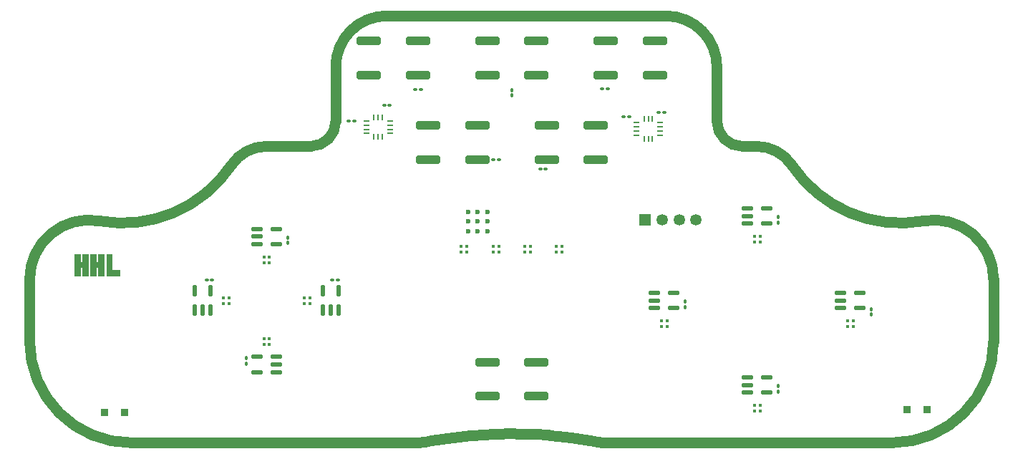
<source format=gbr>
%TF.GenerationSoftware,KiCad,Pcbnew,9.0.6-rc2*%
%TF.CreationDate,2025-11-07T01:00:34-08:00*%
%TF.ProjectId,Latte_Main_Board,4c617474-655f-44d6-9169-6e5f426f6172,rev?*%
%TF.SameCoordinates,Original*%
%TF.FileFunction,Soldermask,Top*%
%TF.FilePolarity,Negative*%
%FSLAX46Y46*%
G04 Gerber Fmt 4.6, Leading zero omitted, Abs format (unit mm)*
G04 Created by KiCad (PCBNEW 9.0.6-rc2) date 2025-11-07 01:00:34*
%MOMM*%
%LPD*%
G01*
G04 APERTURE LIST*
G04 Aperture macros list*
%AMRoundRect*
0 Rectangle with rounded corners*
0 $1 Rounding radius*
0 $2 $3 $4 $5 $6 $7 $8 $9 X,Y pos of 4 corners*
0 Add a 4 corners polygon primitive as box body*
4,1,4,$2,$3,$4,$5,$6,$7,$8,$9,$2,$3,0*
0 Add four circle primitives for the rounded corners*
1,1,$1+$1,$2,$3*
1,1,$1+$1,$4,$5*
1,1,$1+$1,$6,$7*
1,1,$1+$1,$8,$9*
0 Add four rect primitives between the rounded corners*
20,1,$1+$1,$2,$3,$4,$5,0*
20,1,$1+$1,$4,$5,$6,$7,0*
20,1,$1+$1,$6,$7,$8,$9,0*
20,1,$1+$1,$8,$9,$2,$3,0*%
G04 Aperture macros list end*
%ADD10C,1.250000*%
%ADD11C,0.025000*%
%ADD12R,0.370000X0.370000*%
%ADD13RoundRect,0.100000X0.130000X0.100000X-0.130000X0.100000X-0.130000X-0.100000X0.130000X-0.100000X0*%
%ADD14RoundRect,0.100000X0.100000X-0.130000X0.100000X0.130000X-0.100000X0.130000X-0.100000X-0.130000X0*%
%ADD15RoundRect,0.100000X-0.130000X-0.100000X0.130000X-0.100000X0.130000X0.100000X-0.130000X0.100000X0*%
%ADD16RoundRect,0.150000X-1.250000X-0.350000X1.250000X-0.350000X1.250000X0.350000X-1.250000X0.350000X0*%
%ADD17R,0.850000X0.850000*%
%ADD18RoundRect,0.100000X-0.100000X0.130000X-0.100000X-0.130000X0.100000X-0.130000X0.100000X0.130000X0*%
%ADD19R,1.350000X1.350000*%
%ADD20C,1.350000*%
%ADD21RoundRect,0.137500X0.525000X0.137500X-0.525000X0.137500X-0.525000X-0.137500X0.525000X-0.137500X0*%
%ADD22RoundRect,0.137500X-0.525000X-0.137500X0.525000X-0.137500X0.525000X0.137500X-0.525000X0.137500X0*%
%ADD23R,0.745000X0.280000*%
%ADD24R,0.280000X0.745000*%
%ADD25RoundRect,0.137500X0.137500X-0.525000X0.137500X0.525000X-0.137500X0.525000X-0.137500X-0.525000X0*%
%ADD26C,0.600000*%
G04 APERTURE END LIST*
D10*
X103427066Y-37985297D02*
G75*
G02*
X100427103Y-34985296I34J2999997D01*
G01*
X64255488Y-73033901D02*
X64887424Y-73013914D01*
X31151601Y-73033901D02*
X64255488Y-73033901D01*
X85416189Y-72730982D02*
X86340377Y-72887073D01*
X65740221Y-72923065D02*
X65962821Y-72887073D01*
X87822198Y-73031358D02*
X88047710Y-73033901D01*
X94427052Y-22565901D02*
X61356901Y-22565901D01*
X100427065Y-34985296D02*
X100427066Y-28565911D01*
X64887424Y-73013914D02*
X65112306Y-72997126D01*
X31151601Y-73033901D02*
G75*
G02*
X19151599Y-61033898I-1J12000001D01*
G01*
X68548466Y-72477439D02*
X71263322Y-72158198D01*
X77458230Y-71948823D02*
X77937192Y-71965333D01*
X75760000Y-71945641D02*
X77458230Y-71948823D01*
X77937192Y-71965333D02*
X78898186Y-72012458D01*
X43017730Y-40197164D02*
G75*
G02*
X27395951Y-46807085I-12866380J8643104D01*
G01*
X65112306Y-72997126D02*
X65740221Y-72923065D01*
X105127930Y-37985297D02*
X103427066Y-37985297D01*
X80471397Y-72108036D02*
X80691968Y-72127926D01*
X74217659Y-71967427D02*
X74745074Y-71954755D01*
X81617245Y-72221923D02*
X83226802Y-72405521D01*
X74745074Y-71954755D02*
X75760000Y-71945641D01*
X55356903Y-28565901D02*
G75*
G02*
X61356901Y-22565903I5999997J1D01*
G01*
X19151600Y-53695600D02*
X19151599Y-61033898D01*
X52356901Y-37985297D02*
X47160456Y-37985297D01*
X133151599Y-61033901D02*
X133151599Y-53695592D01*
X19151600Y-53695600D02*
G75*
G02*
X27395950Y-46807088I7000000J0D01*
G01*
X88047710Y-73033901D02*
X121151599Y-73033901D01*
X124907246Y-46807085D02*
G75*
G02*
X133151604Y-53695592I1244354J-6888515D01*
G01*
X55356903Y-28565901D02*
X55356902Y-34985301D01*
X52356901Y-37985302D02*
X52356901Y-37985297D01*
X65962821Y-72887073D02*
X66576998Y-72781968D01*
X105127930Y-37985297D02*
G75*
G02*
X109285467Y-40197164I7070J-5000003D01*
G01*
X86966379Y-72975266D02*
X87190892Y-72997126D01*
X87190892Y-72997126D02*
X87822198Y-73031358D01*
X86340377Y-72887073D02*
X86966379Y-72975266D01*
X66576998Y-72781968D02*
X68548466Y-72477439D01*
X72625343Y-72058342D02*
X74217659Y-71967427D01*
X71693088Y-72122345D02*
X72625343Y-72058342D01*
X78898186Y-72012458D02*
X80471397Y-72108036D01*
X43017730Y-40197164D02*
G75*
G02*
X47160456Y-37985296I4150470J-2788136D01*
G01*
X124907246Y-46807085D02*
G75*
G02*
X109285455Y-40197173I-2755346J15253185D01*
G01*
X83226802Y-72405521D02*
X84789414Y-72632632D01*
X94427052Y-22565901D02*
G75*
G02*
X100427099Y-28565911I48J-5999999D01*
G01*
X80691968Y-72127926D02*
X81617245Y-72221923D01*
X55356902Y-34985301D02*
G75*
G02*
X52356901Y-37985302I-3000002J1D01*
G01*
X71263322Y-72158198D02*
X71693088Y-72122345D01*
X133151599Y-61033901D02*
G75*
G02*
X121151599Y-73033899I-11999999J1D01*
G01*
X84789414Y-72632632D02*
X85416189Y-72730982D01*
D11*
%TO.C,REF\u002A\u002A*%
X28854400Y-52601298D02*
X29808355Y-52601298D01*
X29808355Y-53270667D01*
X28221741Y-53270667D01*
X28221741Y-50717495D01*
X28854400Y-50717495D01*
X28854400Y-52601298D01*
G36*
X28854400Y-52601298D02*
G01*
X29808355Y-52601298D01*
X29808355Y-53270667D01*
X28221741Y-53270667D01*
X28221741Y-50717495D01*
X28854400Y-50717495D01*
X28854400Y-52601298D01*
G37*
X26088266Y-53270667D02*
X25407405Y-53270667D01*
X25407405Y-52302545D01*
X25167749Y-52302545D01*
X25167749Y-53270667D01*
X24482449Y-53270667D01*
X24482449Y-50718015D01*
X25165463Y-50717495D01*
X25165463Y-51640297D01*
X25407405Y-51640297D01*
X25407405Y-50717495D01*
X26088266Y-50717495D01*
X26088266Y-53270667D01*
G36*
X26088266Y-53270667D02*
G01*
X25407405Y-53270667D01*
X25407405Y-52302545D01*
X25167749Y-52302545D01*
X25167749Y-53270667D01*
X24482449Y-53270667D01*
X24482449Y-50718015D01*
X25165463Y-50717495D01*
X25165463Y-51640297D01*
X25407405Y-51640297D01*
X25407405Y-50717495D01*
X26088266Y-50717495D01*
X26088266Y-53270667D01*
G37*
X27938266Y-53270667D02*
X27257405Y-53270667D01*
X27257405Y-52302545D01*
X27017749Y-52302545D01*
X27017749Y-53270667D01*
X26332449Y-53270667D01*
X26332449Y-50718015D01*
X27015463Y-50717495D01*
X27015463Y-51640297D01*
X27257405Y-51640297D01*
X27257405Y-50717495D01*
X27938266Y-50717495D01*
X27938266Y-53270667D01*
G36*
X27938266Y-53270667D02*
G01*
X27257405Y-53270667D01*
X27257405Y-52302545D01*
X27017749Y-52302545D01*
X27017749Y-53270667D01*
X26332449Y-53270667D01*
X26332449Y-50718015D01*
X27015463Y-50717495D01*
X27015463Y-51640297D01*
X27257405Y-51640297D01*
X27257405Y-50717495D01*
X27938266Y-50717495D01*
X27938266Y-53270667D01*
G37*
%TD*%
D12*
%TO.C,RGB3*%
X104861562Y-69296391D03*
X105531562Y-69296391D03*
X105531562Y-68626391D03*
X104861562Y-68626391D03*
%TD*%
D13*
%TO.C,R17*%
X74640400Y-39547800D03*
X74000400Y-39547800D03*
%TD*%
D12*
%TO.C,RGB6*%
X78367681Y-49830020D03*
X77697681Y-49830020D03*
X77697681Y-50500020D03*
X78367681Y-50500020D03*
%TD*%
%TO.C,RGB11*%
X46848054Y-61365036D03*
X47518054Y-61365036D03*
X47518054Y-60695036D03*
X46848054Y-60695036D03*
%TD*%
D14*
%TO.C,C7*%
X49640000Y-49410000D03*
X49640000Y-48770000D03*
%TD*%
D15*
%TO.C,R18*%
X79560000Y-40700000D03*
X80200000Y-40700000D03*
%TD*%
D16*
%TO.C,SW7*%
X59290000Y-25540001D03*
X65090000Y-25540001D03*
X59290000Y-29540001D03*
X65090000Y-29540001D03*
%TD*%
%TO.C,SW6*%
X80290000Y-35540001D03*
X86090000Y-35540001D03*
X80290000Y-39540001D03*
X86090000Y-39540001D03*
%TD*%
D12*
%TO.C,RGB4*%
X93861563Y-59296390D03*
X94531563Y-59296390D03*
X94531563Y-58626390D03*
X93861563Y-58626390D03*
%TD*%
D17*
%TO.C,T4*%
X122885200Y-69113400D03*
%TD*%
D18*
%TO.C,C5*%
X118650000Y-57240000D03*
X118650000Y-57880000D03*
%TD*%
D13*
%TO.C,C26*%
X61711800Y-33147000D03*
X61071800Y-33147000D03*
%TD*%
D19*
%TO.C,J8*%
X91967800Y-46634400D03*
D20*
X93967801Y-46634400D03*
X95967800Y-46634400D03*
X97967800Y-46634400D03*
%TD*%
D21*
%TO.C,U11*%
X46045554Y-62880036D03*
X46045554Y-64680036D03*
X48320554Y-64680036D03*
X48320554Y-63780036D03*
X48320554Y-62880036D03*
%TD*%
D16*
%TO.C,SW1*%
X73290000Y-63540002D03*
X79090000Y-63540002D03*
X73290000Y-67540002D03*
X79090000Y-67540002D03*
%TD*%
D12*
%TO.C,RGB10*%
X42030177Y-56546390D03*
X42700177Y-56546390D03*
X42700177Y-55876390D03*
X42030177Y-55876390D03*
%TD*%
D22*
%TO.C,U8*%
X48321322Y-49543514D03*
X48321322Y-47743514D03*
X46046322Y-47743514D03*
X46046322Y-48643514D03*
X46046322Y-49543514D03*
%TD*%
%TO.C,U3*%
X95334063Y-57111390D03*
X95334063Y-55311390D03*
X93059063Y-55311390D03*
X93059063Y-56211390D03*
X93059063Y-57111390D03*
%TD*%
D15*
%TO.C,R20*%
X86880000Y-31160000D03*
X87520000Y-31160000D03*
%TD*%
D22*
%TO.C,U1*%
X106334063Y-47111390D03*
X106334063Y-45311390D03*
X104059063Y-45311390D03*
X104059063Y-46211390D03*
X104059063Y-47111390D03*
%TD*%
D15*
%TO.C,R19*%
X64760000Y-31300000D03*
X65400000Y-31300000D03*
%TD*%
D22*
%TO.C,U6*%
X117334063Y-57111391D03*
X117334063Y-55311391D03*
X115059063Y-55311391D03*
X115059063Y-56211391D03*
X115059063Y-57111391D03*
%TD*%
D16*
%TO.C,SW2*%
X73290000Y-25540001D03*
X79090000Y-25540001D03*
X73290000Y-29540001D03*
X79090000Y-29540001D03*
%TD*%
D14*
%TO.C,C4*%
X96650000Y-56980000D03*
X96650000Y-56340000D03*
%TD*%
D16*
%TO.C,SW8*%
X87290000Y-25540001D03*
X93090000Y-25540001D03*
X87290000Y-29540001D03*
X93090000Y-29540001D03*
%TD*%
%TO.C,SW5*%
X66290000Y-35540001D03*
X72090000Y-35540001D03*
X66290000Y-39540001D03*
X72090000Y-39540001D03*
%TD*%
D23*
%TO.C,U5*%
X93710000Y-36670000D03*
X93710000Y-36170000D03*
X93710000Y-35670000D03*
X93710000Y-35170000D03*
D24*
X92812000Y-34772000D03*
X92312000Y-34772000D03*
X91812000Y-34772000D03*
D23*
X90914000Y-35170000D03*
X90914000Y-35670000D03*
X90914000Y-36170000D03*
X90914000Y-36670000D03*
D24*
X91812000Y-37068000D03*
X92312000Y-37068000D03*
X92812000Y-37068000D03*
%TD*%
D13*
%TO.C,C8*%
X55570000Y-53760000D03*
X54930000Y-53760000D03*
%TD*%
D15*
%TO.C,C27*%
X89418200Y-34442400D03*
X90058200Y-34442400D03*
%TD*%
D12*
%TO.C,RGB7*%
X74617681Y-49830020D03*
X73947681Y-49830020D03*
X73947681Y-50500020D03*
X74617681Y-50500020D03*
%TD*%
D13*
%TO.C,C17*%
X40740000Y-53750000D03*
X40100000Y-53750000D03*
%TD*%
D15*
%TO.C,C24*%
X56906200Y-34950400D03*
X57546200Y-34950400D03*
%TD*%
D12*
%TO.C,RGB5*%
X82117681Y-49830020D03*
X81447681Y-49830020D03*
X81447681Y-50500020D03*
X82117681Y-50500020D03*
%TD*%
%TO.C,RGB12*%
X51666698Y-56547158D03*
X52336698Y-56547158D03*
X52336698Y-55877158D03*
X51666698Y-55877158D03*
%TD*%
D25*
%TO.C,U9*%
X55651698Y-55074658D03*
X53851698Y-55074658D03*
X53851698Y-57349658D03*
X54751698Y-57349658D03*
X55651698Y-57349658D03*
%TD*%
D14*
%TO.C,C3*%
X107650000Y-46980000D03*
X107650000Y-46340000D03*
%TD*%
D13*
%TO.C,C25*%
X94213600Y-33934400D03*
X93573600Y-33934400D03*
%TD*%
D14*
%TO.C,C6*%
X107650000Y-66980000D03*
X107650000Y-66340000D03*
%TD*%
D12*
%TO.C,RGB8*%
X70867681Y-49830020D03*
X70197681Y-49830020D03*
X70197681Y-50500020D03*
X70867681Y-50500020D03*
%TD*%
D18*
%TO.C,C18*%
X44730000Y-63010000D03*
X44730000Y-63650000D03*
%TD*%
D12*
%TO.C,RGB2*%
X115861563Y-59296391D03*
X116531563Y-59296391D03*
X116531563Y-58626391D03*
X115861563Y-58626391D03*
%TD*%
D25*
%TO.C,U10*%
X40515177Y-55073890D03*
X38715177Y-55073890D03*
X38715177Y-57348890D03*
X39615177Y-57348890D03*
X40515177Y-57348890D03*
%TD*%
D14*
%TO.C,R15*%
X76200000Y-31968400D03*
X76200000Y-31328400D03*
%TD*%
D12*
%TO.C,RGB9*%
X46848822Y-51728514D03*
X47518822Y-51728514D03*
X47518822Y-51058514D03*
X46848822Y-51058514D03*
%TD*%
%TO.C,RGB1*%
X104861563Y-49296390D03*
X105531563Y-49296390D03*
X105531563Y-48626390D03*
X104861563Y-48626390D03*
%TD*%
D17*
%TO.C,T1*%
X30403800Y-69443600D03*
%TD*%
%TO.C,T3*%
X125247400Y-69113400D03*
%TD*%
%TO.C,T2*%
X28016200Y-69443600D03*
%TD*%
D23*
%TO.C,U4*%
X61778000Y-36470000D03*
X61778000Y-35970000D03*
X61778000Y-35470000D03*
X61778000Y-34970000D03*
D24*
X60880000Y-34572000D03*
X60380000Y-34571999D03*
X59880000Y-34572000D03*
D23*
X58982000Y-34970000D03*
X58982000Y-35470000D03*
X58982000Y-35970000D03*
X58982000Y-36470000D03*
D24*
X59880000Y-36868000D03*
X60380000Y-36868001D03*
X60880000Y-36868000D03*
%TD*%
D22*
%TO.C,U7*%
X106334062Y-67111391D03*
X106334062Y-65311391D03*
X104059062Y-65311391D03*
X104059062Y-66211391D03*
X104059062Y-67111391D03*
%TD*%
D26*
%TO.C,U2*%
X73270000Y-45740000D03*
X71003334Y-45740000D03*
X72136667Y-45740001D03*
X73269999Y-46873333D03*
X72136667Y-46873333D03*
X71003335Y-46873333D03*
X72136667Y-48006665D03*
X73270000Y-48006666D03*
X71003334Y-48006666D03*
%TD*%
M02*

</source>
